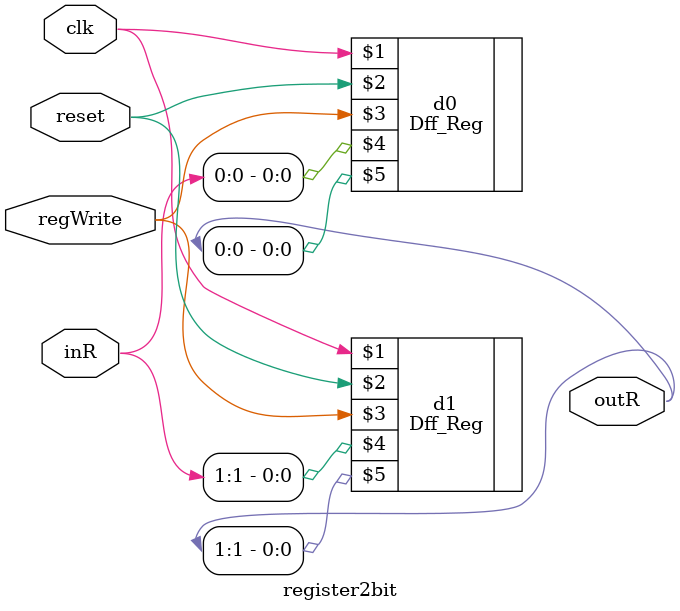
<source format=v>
module register2bit(input clk, input reset, input regWrite, input [1:0] inR, output [1:0] outR);
    //WRITE YOUR CODE HERE, NO NEED TO DEFINE NEW VARIABLES
    Dff_Reg d0  (clk, reset, regWrite, inR[0],  outR[0]);
    Dff_Reg d1  (clk, reset, regWrite, inR[1],  outR[1]);

endmodule	 

</source>
